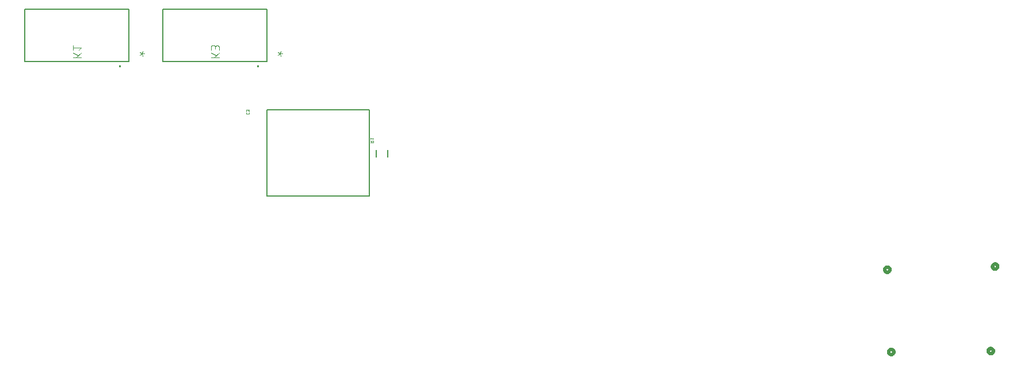
<source format=gbr>
G04 EAGLE Gerber RS-274X export*
G75*
%MOMM*%
%FSLAX34Y34*%
%LPD*%
%INSilkscreen Bottom*%
%IPPOS*%
%AMOC8*
5,1,8,0,0,1.08239X$1,22.5*%
G01*
%ADD10C,0.050800*%
%ADD11C,0.127000*%
%ADD12C,0.152400*%
%ADD13C,0.076200*%
%ADD14C,0.508000*%


D10*
X795654Y1079850D02*
X795654Y1078852D01*
X795656Y1078792D01*
X795661Y1078732D01*
X795670Y1078672D01*
X795683Y1078613D01*
X795699Y1078555D01*
X795719Y1078498D01*
X795742Y1078442D01*
X795768Y1078388D01*
X795798Y1078336D01*
X795831Y1078285D01*
X795866Y1078237D01*
X795905Y1078190D01*
X795946Y1078146D01*
X795990Y1078105D01*
X796037Y1078066D01*
X796085Y1078031D01*
X796136Y1077998D01*
X796188Y1077968D01*
X796242Y1077942D01*
X796298Y1077919D01*
X796355Y1077899D01*
X796413Y1077883D01*
X796472Y1077870D01*
X796532Y1077861D01*
X796592Y1077856D01*
X796652Y1077854D01*
X799148Y1077854D01*
X799211Y1077856D01*
X799273Y1077862D01*
X799335Y1077872D01*
X799396Y1077885D01*
X799456Y1077903D01*
X799515Y1077924D01*
X799573Y1077949D01*
X799629Y1077977D01*
X799683Y1078009D01*
X799735Y1078045D01*
X799784Y1078083D01*
X799831Y1078124D01*
X799875Y1078169D01*
X799917Y1078216D01*
X799955Y1078265D01*
X799991Y1078317D01*
X800023Y1078371D01*
X800051Y1078427D01*
X800076Y1078485D01*
X800097Y1078544D01*
X800115Y1078604D01*
X800128Y1078665D01*
X800138Y1078727D01*
X800144Y1078789D01*
X800146Y1078852D01*
X800146Y1079850D01*
X795654Y1081619D02*
X795654Y1082867D01*
X795656Y1082936D01*
X795662Y1083004D01*
X795671Y1083072D01*
X795684Y1083140D01*
X795701Y1083207D01*
X795722Y1083272D01*
X795746Y1083337D01*
X795773Y1083400D01*
X795804Y1083461D01*
X795839Y1083521D01*
X795876Y1083578D01*
X795917Y1083634D01*
X795961Y1083687D01*
X796007Y1083737D01*
X796057Y1083785D01*
X796109Y1083830D01*
X796163Y1083873D01*
X796219Y1083912D01*
X796278Y1083948D01*
X796338Y1083981D01*
X796401Y1084010D01*
X796464Y1084036D01*
X796529Y1084058D01*
X796596Y1084077D01*
X796663Y1084092D01*
X796731Y1084103D01*
X796799Y1084111D01*
X796868Y1084115D01*
X796936Y1084115D01*
X797005Y1084111D01*
X797073Y1084103D01*
X797141Y1084092D01*
X797208Y1084077D01*
X797275Y1084058D01*
X797340Y1084036D01*
X797403Y1084010D01*
X797466Y1083981D01*
X797526Y1083948D01*
X797585Y1083912D01*
X797641Y1083873D01*
X797695Y1083830D01*
X797747Y1083785D01*
X797797Y1083737D01*
X797843Y1083687D01*
X797887Y1083634D01*
X797928Y1083578D01*
X797965Y1083521D01*
X798000Y1083461D01*
X798031Y1083400D01*
X798058Y1083337D01*
X798082Y1083272D01*
X798103Y1083207D01*
X798120Y1083140D01*
X798133Y1083072D01*
X798142Y1083004D01*
X798148Y1082936D01*
X798150Y1082867D01*
X800146Y1083116D02*
X800146Y1081619D01*
X800146Y1083116D02*
X800144Y1083177D01*
X800138Y1083239D01*
X800129Y1083299D01*
X800116Y1083359D01*
X800099Y1083419D01*
X800079Y1083477D01*
X800055Y1083533D01*
X800027Y1083588D01*
X799997Y1083641D01*
X799963Y1083693D01*
X799926Y1083742D01*
X799886Y1083788D01*
X799843Y1083832D01*
X799797Y1083874D01*
X799749Y1083912D01*
X799699Y1083948D01*
X799647Y1083980D01*
X799593Y1084009D01*
X799537Y1084035D01*
X799480Y1084057D01*
X799421Y1084076D01*
X799362Y1084091D01*
X799301Y1084102D01*
X799240Y1084110D01*
X799179Y1084114D01*
X799117Y1084114D01*
X799056Y1084110D01*
X798995Y1084102D01*
X798934Y1084091D01*
X798875Y1084076D01*
X798816Y1084057D01*
X798759Y1084035D01*
X798703Y1084009D01*
X798649Y1083980D01*
X798597Y1083948D01*
X798547Y1083912D01*
X798499Y1083874D01*
X798453Y1083832D01*
X798410Y1083788D01*
X798370Y1083742D01*
X798333Y1083693D01*
X798299Y1083641D01*
X798269Y1083588D01*
X798241Y1083533D01*
X798217Y1083477D01*
X798197Y1083419D01*
X798180Y1083359D01*
X798167Y1083299D01*
X798158Y1083239D01*
X798152Y1083177D01*
X798150Y1083116D01*
X798150Y1082118D01*
D11*
X825929Y1065225D02*
X825929Y956925D01*
X977129Y956925D02*
X977129Y1083925D01*
X825929Y1083925D01*
X825929Y956925D02*
X977129Y956925D01*
X825929Y1065425D02*
X825929Y1083925D01*
X977129Y1083925D02*
X977129Y1084025D01*
X986677Y1025161D02*
X986677Y1014561D01*
X1004277Y1014561D02*
X1004277Y1025161D01*
D10*
X982923Y1035944D02*
X978431Y1035944D01*
X982923Y1035944D02*
X982923Y1037192D01*
X982921Y1037261D01*
X982915Y1037329D01*
X982906Y1037397D01*
X982893Y1037465D01*
X982876Y1037532D01*
X982855Y1037597D01*
X982831Y1037662D01*
X982804Y1037725D01*
X982773Y1037786D01*
X982738Y1037846D01*
X982701Y1037903D01*
X982660Y1037959D01*
X982616Y1038012D01*
X982570Y1038062D01*
X982520Y1038110D01*
X982468Y1038155D01*
X982414Y1038198D01*
X982358Y1038237D01*
X982299Y1038273D01*
X982239Y1038306D01*
X982176Y1038335D01*
X982113Y1038361D01*
X982048Y1038383D01*
X981981Y1038402D01*
X981914Y1038417D01*
X981846Y1038428D01*
X981778Y1038436D01*
X981709Y1038440D01*
X981641Y1038440D01*
X981572Y1038436D01*
X981504Y1038428D01*
X981436Y1038417D01*
X981369Y1038402D01*
X981302Y1038383D01*
X981237Y1038361D01*
X981174Y1038335D01*
X981111Y1038306D01*
X981051Y1038273D01*
X980992Y1038237D01*
X980936Y1038198D01*
X980882Y1038155D01*
X980830Y1038110D01*
X980780Y1038062D01*
X980734Y1038012D01*
X980690Y1037959D01*
X980649Y1037903D01*
X980612Y1037846D01*
X980577Y1037786D01*
X980546Y1037725D01*
X980519Y1037662D01*
X980495Y1037597D01*
X980474Y1037532D01*
X980457Y1037465D01*
X980444Y1037397D01*
X980435Y1037329D01*
X980429Y1037261D01*
X980427Y1037192D01*
X980427Y1035944D01*
X980427Y1037442D02*
X978431Y1038440D01*
X981925Y1040411D02*
X982923Y1041659D01*
X978431Y1041659D01*
X978431Y1040411D02*
X978431Y1042907D01*
D12*
X673100Y1155192D02*
X673100Y1232408D01*
X825754Y1232408D01*
X825754Y1155192D01*
X673100Y1155192D01*
X813054Y1149096D02*
X813000Y1149094D01*
X812946Y1149088D01*
X812892Y1149079D01*
X812839Y1149065D01*
X812788Y1149048D01*
X812737Y1149027D01*
X812689Y1149003D01*
X812642Y1148975D01*
X812597Y1148944D01*
X812555Y1148910D01*
X812515Y1148873D01*
X812478Y1148833D01*
X812444Y1148791D01*
X812413Y1148746D01*
X812385Y1148699D01*
X812361Y1148651D01*
X812340Y1148600D01*
X812323Y1148549D01*
X812309Y1148496D01*
X812300Y1148442D01*
X812294Y1148388D01*
X812292Y1148334D01*
X812294Y1148280D01*
X812300Y1148226D01*
X812309Y1148172D01*
X812323Y1148119D01*
X812340Y1148068D01*
X812361Y1148017D01*
X812385Y1147969D01*
X812413Y1147922D01*
X812444Y1147877D01*
X812478Y1147835D01*
X812515Y1147795D01*
X812555Y1147758D01*
X812597Y1147724D01*
X812642Y1147693D01*
X812689Y1147665D01*
X812737Y1147641D01*
X812788Y1147620D01*
X812839Y1147603D01*
X812892Y1147589D01*
X812946Y1147580D01*
X813000Y1147574D01*
X813054Y1147572D01*
X813108Y1147574D01*
X813162Y1147580D01*
X813216Y1147589D01*
X813269Y1147603D01*
X813320Y1147620D01*
X813371Y1147641D01*
X813419Y1147665D01*
X813466Y1147693D01*
X813511Y1147724D01*
X813553Y1147758D01*
X813593Y1147795D01*
X813630Y1147835D01*
X813664Y1147877D01*
X813695Y1147922D01*
X813723Y1147969D01*
X813747Y1148017D01*
X813768Y1148068D01*
X813785Y1148119D01*
X813799Y1148172D01*
X813808Y1148226D01*
X813814Y1148280D01*
X813816Y1148334D01*
X813814Y1148388D01*
X813808Y1148442D01*
X813799Y1148496D01*
X813785Y1148549D01*
X813768Y1148600D01*
X813747Y1148651D01*
X813723Y1148699D01*
X813695Y1148746D01*
X813664Y1148791D01*
X813630Y1148833D01*
X813593Y1148873D01*
X813553Y1148910D01*
X813511Y1148944D01*
X813466Y1148975D01*
X813419Y1149003D01*
X813371Y1149027D01*
X813320Y1149048D01*
X813269Y1149065D01*
X813216Y1149079D01*
X813162Y1149088D01*
X813108Y1149094D01*
X813054Y1149096D01*
D13*
X845256Y1166587D02*
X849235Y1166587D01*
X845256Y1166587D02*
X842271Y1168908D01*
X845256Y1166587D02*
X842271Y1164265D01*
X845256Y1166587D02*
X846582Y1170234D01*
X845256Y1166587D02*
X846582Y1162939D01*
X755523Y1161415D02*
X743585Y1161415D01*
X748228Y1161415D02*
X755523Y1168047D01*
X750880Y1164068D02*
X743585Y1168047D01*
X743585Y1172316D02*
X743585Y1175632D01*
X743587Y1175746D01*
X743593Y1175861D01*
X743603Y1175975D01*
X743617Y1176088D01*
X743634Y1176202D01*
X743656Y1176314D01*
X743681Y1176426D01*
X743711Y1176536D01*
X743744Y1176646D01*
X743781Y1176754D01*
X743821Y1176861D01*
X743866Y1176967D01*
X743913Y1177071D01*
X743965Y1177173D01*
X744020Y1177273D01*
X744078Y1177372D01*
X744140Y1177468D01*
X744205Y1177563D01*
X744273Y1177654D01*
X744345Y1177744D01*
X744419Y1177831D01*
X744496Y1177915D01*
X744577Y1177997D01*
X744660Y1178076D01*
X744745Y1178152D01*
X744834Y1178225D01*
X744924Y1178294D01*
X745017Y1178361D01*
X745113Y1178424D01*
X745210Y1178484D01*
X745310Y1178541D01*
X745411Y1178594D01*
X745514Y1178644D01*
X745619Y1178690D01*
X745725Y1178733D01*
X745833Y1178771D01*
X745942Y1178806D01*
X746052Y1178837D01*
X746163Y1178865D01*
X746275Y1178888D01*
X746388Y1178908D01*
X746501Y1178924D01*
X746615Y1178936D01*
X746729Y1178944D01*
X746844Y1178948D01*
X746958Y1178948D01*
X747073Y1178944D01*
X747187Y1178936D01*
X747301Y1178924D01*
X747414Y1178908D01*
X747527Y1178888D01*
X747639Y1178865D01*
X747750Y1178837D01*
X747860Y1178806D01*
X747969Y1178771D01*
X748077Y1178733D01*
X748183Y1178690D01*
X748288Y1178644D01*
X748391Y1178594D01*
X748492Y1178541D01*
X748592Y1178484D01*
X748689Y1178424D01*
X748785Y1178361D01*
X748878Y1178294D01*
X748968Y1178225D01*
X749057Y1178152D01*
X749142Y1178076D01*
X749225Y1177997D01*
X749306Y1177915D01*
X749383Y1177831D01*
X749457Y1177744D01*
X749529Y1177654D01*
X749597Y1177563D01*
X749662Y1177468D01*
X749724Y1177372D01*
X749782Y1177273D01*
X749837Y1177173D01*
X749889Y1177071D01*
X749936Y1176967D01*
X749981Y1176861D01*
X750021Y1176754D01*
X750058Y1176646D01*
X750091Y1176536D01*
X750121Y1176426D01*
X750146Y1176314D01*
X750168Y1176202D01*
X750185Y1176088D01*
X750199Y1175975D01*
X750209Y1175861D01*
X750215Y1175746D01*
X750217Y1175632D01*
X755523Y1176295D02*
X755523Y1172316D01*
X755523Y1176295D02*
X755521Y1176397D01*
X755515Y1176498D01*
X755505Y1176599D01*
X755492Y1176700D01*
X755474Y1176800D01*
X755453Y1176899D01*
X755428Y1176998D01*
X755399Y1177095D01*
X755367Y1177192D01*
X755331Y1177287D01*
X755291Y1177380D01*
X755248Y1177472D01*
X755201Y1177562D01*
X755150Y1177651D01*
X755097Y1177737D01*
X755040Y1177821D01*
X754980Y1177903D01*
X754917Y1177983D01*
X754851Y1178060D01*
X754782Y1178135D01*
X754710Y1178207D01*
X754635Y1178276D01*
X754558Y1178342D01*
X754478Y1178405D01*
X754396Y1178465D01*
X754312Y1178522D01*
X754226Y1178575D01*
X754137Y1178626D01*
X754047Y1178673D01*
X753955Y1178716D01*
X753862Y1178756D01*
X753767Y1178792D01*
X753670Y1178824D01*
X753573Y1178853D01*
X753474Y1178878D01*
X753375Y1178899D01*
X753275Y1178917D01*
X753174Y1178930D01*
X753073Y1178940D01*
X752972Y1178946D01*
X752870Y1178948D01*
X752768Y1178946D01*
X752667Y1178940D01*
X752566Y1178930D01*
X752465Y1178917D01*
X752365Y1178899D01*
X752266Y1178878D01*
X752167Y1178853D01*
X752070Y1178824D01*
X751973Y1178792D01*
X751878Y1178756D01*
X751785Y1178716D01*
X751693Y1178673D01*
X751603Y1178626D01*
X751514Y1178575D01*
X751428Y1178522D01*
X751344Y1178465D01*
X751262Y1178405D01*
X751182Y1178342D01*
X751105Y1178276D01*
X751030Y1178207D01*
X750958Y1178135D01*
X750889Y1178060D01*
X750823Y1177983D01*
X750760Y1177903D01*
X750700Y1177821D01*
X750643Y1177737D01*
X750590Y1177651D01*
X750539Y1177562D01*
X750492Y1177472D01*
X750449Y1177380D01*
X750409Y1177287D01*
X750373Y1177192D01*
X750341Y1177095D01*
X750312Y1176998D01*
X750287Y1176899D01*
X750266Y1176800D01*
X750248Y1176700D01*
X750235Y1176599D01*
X750225Y1176498D01*
X750219Y1176397D01*
X750217Y1176295D01*
X750217Y1173642D01*
D12*
X469900Y1155192D02*
X469900Y1232408D01*
X622554Y1232408D01*
X622554Y1155192D01*
X469900Y1155192D01*
X609854Y1149096D02*
X609800Y1149094D01*
X609746Y1149088D01*
X609692Y1149079D01*
X609639Y1149065D01*
X609588Y1149048D01*
X609537Y1149027D01*
X609489Y1149003D01*
X609442Y1148975D01*
X609397Y1148944D01*
X609355Y1148910D01*
X609315Y1148873D01*
X609278Y1148833D01*
X609244Y1148791D01*
X609213Y1148746D01*
X609185Y1148699D01*
X609161Y1148651D01*
X609140Y1148600D01*
X609123Y1148549D01*
X609109Y1148496D01*
X609100Y1148442D01*
X609094Y1148388D01*
X609092Y1148334D01*
X609094Y1148280D01*
X609100Y1148226D01*
X609109Y1148172D01*
X609123Y1148119D01*
X609140Y1148068D01*
X609161Y1148017D01*
X609185Y1147969D01*
X609213Y1147922D01*
X609244Y1147877D01*
X609278Y1147835D01*
X609315Y1147795D01*
X609355Y1147758D01*
X609397Y1147724D01*
X609442Y1147693D01*
X609489Y1147665D01*
X609537Y1147641D01*
X609588Y1147620D01*
X609639Y1147603D01*
X609692Y1147589D01*
X609746Y1147580D01*
X609800Y1147574D01*
X609854Y1147572D01*
X609908Y1147574D01*
X609962Y1147580D01*
X610016Y1147589D01*
X610069Y1147603D01*
X610120Y1147620D01*
X610171Y1147641D01*
X610219Y1147665D01*
X610266Y1147693D01*
X610311Y1147724D01*
X610353Y1147758D01*
X610393Y1147795D01*
X610430Y1147835D01*
X610464Y1147877D01*
X610495Y1147922D01*
X610523Y1147969D01*
X610547Y1148017D01*
X610568Y1148068D01*
X610585Y1148119D01*
X610599Y1148172D01*
X610608Y1148226D01*
X610614Y1148280D01*
X610616Y1148334D01*
X610614Y1148388D01*
X610608Y1148442D01*
X610599Y1148496D01*
X610585Y1148549D01*
X610568Y1148600D01*
X610547Y1148651D01*
X610523Y1148699D01*
X610495Y1148746D01*
X610464Y1148791D01*
X610430Y1148833D01*
X610393Y1148873D01*
X610353Y1148910D01*
X610311Y1148944D01*
X610266Y1148975D01*
X610219Y1149003D01*
X610171Y1149027D01*
X610120Y1149048D01*
X610069Y1149065D01*
X610016Y1149079D01*
X609962Y1149088D01*
X609908Y1149094D01*
X609854Y1149096D01*
D13*
X642056Y1166587D02*
X646035Y1166587D01*
X642056Y1166587D02*
X639071Y1168908D01*
X642056Y1166587D02*
X639071Y1164265D01*
X642056Y1166587D02*
X643382Y1170234D01*
X642056Y1166587D02*
X643382Y1162939D01*
X552323Y1161415D02*
X540385Y1161415D01*
X545028Y1161415D02*
X552323Y1168047D01*
X547680Y1164068D02*
X540385Y1168047D01*
X549670Y1172316D02*
X552323Y1175632D01*
X540385Y1175632D01*
X540385Y1172316D02*
X540385Y1178948D01*
D14*
X1735379Y848411D02*
X1735381Y848289D01*
X1735387Y848167D01*
X1735397Y848045D01*
X1735410Y847924D01*
X1735428Y847803D01*
X1735449Y847683D01*
X1735475Y847563D01*
X1735504Y847445D01*
X1735536Y847327D01*
X1735573Y847210D01*
X1735613Y847095D01*
X1735657Y846981D01*
X1735705Y846869D01*
X1735756Y846758D01*
X1735811Y846649D01*
X1735869Y846541D01*
X1735931Y846436D01*
X1735996Y846333D01*
X1736064Y846231D01*
X1736136Y846132D01*
X1736210Y846036D01*
X1736288Y845941D01*
X1736369Y845850D01*
X1736452Y845760D01*
X1736538Y845674D01*
X1736628Y845591D01*
X1736719Y845510D01*
X1736814Y845432D01*
X1736910Y845358D01*
X1737009Y845286D01*
X1737111Y845218D01*
X1737214Y845153D01*
X1737319Y845091D01*
X1737427Y845033D01*
X1737536Y844978D01*
X1737647Y844927D01*
X1737759Y844879D01*
X1737873Y844835D01*
X1737988Y844795D01*
X1738105Y844758D01*
X1738223Y844726D01*
X1738341Y844697D01*
X1738461Y844671D01*
X1738581Y844650D01*
X1738702Y844632D01*
X1738823Y844619D01*
X1738945Y844609D01*
X1739067Y844603D01*
X1739189Y844601D01*
X1739311Y844603D01*
X1739433Y844609D01*
X1739555Y844619D01*
X1739676Y844632D01*
X1739797Y844650D01*
X1739917Y844671D01*
X1740037Y844697D01*
X1740155Y844726D01*
X1740273Y844758D01*
X1740390Y844795D01*
X1740505Y844835D01*
X1740619Y844879D01*
X1740731Y844927D01*
X1740842Y844978D01*
X1740951Y845033D01*
X1741059Y845091D01*
X1741164Y845153D01*
X1741267Y845218D01*
X1741369Y845286D01*
X1741468Y845358D01*
X1741564Y845432D01*
X1741659Y845510D01*
X1741750Y845591D01*
X1741840Y845674D01*
X1741926Y845760D01*
X1742009Y845850D01*
X1742090Y845941D01*
X1742168Y846036D01*
X1742242Y846132D01*
X1742314Y846231D01*
X1742382Y846333D01*
X1742447Y846436D01*
X1742509Y846541D01*
X1742567Y846649D01*
X1742622Y846758D01*
X1742673Y846869D01*
X1742721Y846981D01*
X1742765Y847095D01*
X1742805Y847210D01*
X1742842Y847327D01*
X1742874Y847445D01*
X1742903Y847563D01*
X1742929Y847683D01*
X1742950Y847803D01*
X1742968Y847924D01*
X1742981Y848045D01*
X1742991Y848167D01*
X1742997Y848289D01*
X1742999Y848411D01*
X1742997Y848533D01*
X1742991Y848655D01*
X1742981Y848777D01*
X1742968Y848898D01*
X1742950Y849019D01*
X1742929Y849139D01*
X1742903Y849259D01*
X1742874Y849377D01*
X1742842Y849495D01*
X1742805Y849612D01*
X1742765Y849727D01*
X1742721Y849841D01*
X1742673Y849953D01*
X1742622Y850064D01*
X1742567Y850173D01*
X1742509Y850281D01*
X1742447Y850386D01*
X1742382Y850489D01*
X1742314Y850591D01*
X1742242Y850690D01*
X1742168Y850786D01*
X1742090Y850881D01*
X1742009Y850972D01*
X1741926Y851062D01*
X1741840Y851148D01*
X1741750Y851231D01*
X1741659Y851312D01*
X1741564Y851390D01*
X1741468Y851464D01*
X1741369Y851536D01*
X1741267Y851604D01*
X1741164Y851669D01*
X1741059Y851731D01*
X1740951Y851789D01*
X1740842Y851844D01*
X1740731Y851895D01*
X1740619Y851943D01*
X1740505Y851987D01*
X1740390Y852027D01*
X1740273Y852064D01*
X1740155Y852096D01*
X1740037Y852125D01*
X1739917Y852151D01*
X1739797Y852172D01*
X1739676Y852190D01*
X1739555Y852203D01*
X1739433Y852213D01*
X1739311Y852219D01*
X1739189Y852221D01*
X1739067Y852219D01*
X1738945Y852213D01*
X1738823Y852203D01*
X1738702Y852190D01*
X1738581Y852172D01*
X1738461Y852151D01*
X1738341Y852125D01*
X1738223Y852096D01*
X1738105Y852064D01*
X1737988Y852027D01*
X1737873Y851987D01*
X1737759Y851943D01*
X1737647Y851895D01*
X1737536Y851844D01*
X1737427Y851789D01*
X1737319Y851731D01*
X1737214Y851669D01*
X1737111Y851604D01*
X1737009Y851536D01*
X1736910Y851464D01*
X1736814Y851390D01*
X1736719Y851312D01*
X1736628Y851231D01*
X1736538Y851148D01*
X1736452Y851062D01*
X1736369Y850972D01*
X1736288Y850881D01*
X1736210Y850786D01*
X1736136Y850690D01*
X1736064Y850591D01*
X1735996Y850489D01*
X1735931Y850386D01*
X1735869Y850281D01*
X1735811Y850173D01*
X1735756Y850064D01*
X1735705Y849953D01*
X1735657Y849841D01*
X1735613Y849727D01*
X1735573Y849612D01*
X1735536Y849495D01*
X1735504Y849377D01*
X1735475Y849259D01*
X1735449Y849139D01*
X1735428Y849019D01*
X1735410Y848898D01*
X1735397Y848777D01*
X1735387Y848655D01*
X1735381Y848533D01*
X1735379Y848411D01*
X1741170Y727253D02*
X1741172Y727131D01*
X1741178Y727009D01*
X1741188Y726887D01*
X1741201Y726766D01*
X1741219Y726645D01*
X1741240Y726525D01*
X1741266Y726405D01*
X1741295Y726287D01*
X1741327Y726169D01*
X1741364Y726052D01*
X1741404Y725937D01*
X1741448Y725823D01*
X1741496Y725711D01*
X1741547Y725600D01*
X1741602Y725491D01*
X1741660Y725383D01*
X1741722Y725278D01*
X1741787Y725175D01*
X1741855Y725073D01*
X1741927Y724974D01*
X1742001Y724878D01*
X1742079Y724783D01*
X1742160Y724692D01*
X1742243Y724602D01*
X1742329Y724516D01*
X1742419Y724433D01*
X1742510Y724352D01*
X1742605Y724274D01*
X1742701Y724200D01*
X1742800Y724128D01*
X1742902Y724060D01*
X1743005Y723995D01*
X1743110Y723933D01*
X1743218Y723875D01*
X1743327Y723820D01*
X1743438Y723769D01*
X1743550Y723721D01*
X1743664Y723677D01*
X1743779Y723637D01*
X1743896Y723600D01*
X1744014Y723568D01*
X1744132Y723539D01*
X1744252Y723513D01*
X1744372Y723492D01*
X1744493Y723474D01*
X1744614Y723461D01*
X1744736Y723451D01*
X1744858Y723445D01*
X1744980Y723443D01*
X1745102Y723445D01*
X1745224Y723451D01*
X1745346Y723461D01*
X1745467Y723474D01*
X1745588Y723492D01*
X1745708Y723513D01*
X1745828Y723539D01*
X1745946Y723568D01*
X1746064Y723600D01*
X1746181Y723637D01*
X1746296Y723677D01*
X1746410Y723721D01*
X1746522Y723769D01*
X1746633Y723820D01*
X1746742Y723875D01*
X1746850Y723933D01*
X1746955Y723995D01*
X1747058Y724060D01*
X1747160Y724128D01*
X1747259Y724200D01*
X1747355Y724274D01*
X1747450Y724352D01*
X1747541Y724433D01*
X1747631Y724516D01*
X1747717Y724602D01*
X1747800Y724692D01*
X1747881Y724783D01*
X1747959Y724878D01*
X1748033Y724974D01*
X1748105Y725073D01*
X1748173Y725175D01*
X1748238Y725278D01*
X1748300Y725383D01*
X1748358Y725491D01*
X1748413Y725600D01*
X1748464Y725711D01*
X1748512Y725823D01*
X1748556Y725937D01*
X1748596Y726052D01*
X1748633Y726169D01*
X1748665Y726287D01*
X1748694Y726405D01*
X1748720Y726525D01*
X1748741Y726645D01*
X1748759Y726766D01*
X1748772Y726887D01*
X1748782Y727009D01*
X1748788Y727131D01*
X1748790Y727253D01*
X1748788Y727375D01*
X1748782Y727497D01*
X1748772Y727619D01*
X1748759Y727740D01*
X1748741Y727861D01*
X1748720Y727981D01*
X1748694Y728101D01*
X1748665Y728219D01*
X1748633Y728337D01*
X1748596Y728454D01*
X1748556Y728569D01*
X1748512Y728683D01*
X1748464Y728795D01*
X1748413Y728906D01*
X1748358Y729015D01*
X1748300Y729123D01*
X1748238Y729228D01*
X1748173Y729331D01*
X1748105Y729433D01*
X1748033Y729532D01*
X1747959Y729628D01*
X1747881Y729723D01*
X1747800Y729814D01*
X1747717Y729904D01*
X1747631Y729990D01*
X1747541Y730073D01*
X1747450Y730154D01*
X1747355Y730232D01*
X1747259Y730306D01*
X1747160Y730378D01*
X1747058Y730446D01*
X1746955Y730511D01*
X1746850Y730573D01*
X1746742Y730631D01*
X1746633Y730686D01*
X1746522Y730737D01*
X1746410Y730785D01*
X1746296Y730829D01*
X1746181Y730869D01*
X1746064Y730906D01*
X1745946Y730938D01*
X1745828Y730967D01*
X1745708Y730993D01*
X1745588Y731014D01*
X1745467Y731032D01*
X1745346Y731045D01*
X1745224Y731055D01*
X1745102Y731061D01*
X1744980Y731063D01*
X1744858Y731061D01*
X1744736Y731055D01*
X1744614Y731045D01*
X1744493Y731032D01*
X1744372Y731014D01*
X1744252Y730993D01*
X1744132Y730967D01*
X1744014Y730938D01*
X1743896Y730906D01*
X1743779Y730869D01*
X1743664Y730829D01*
X1743550Y730785D01*
X1743438Y730737D01*
X1743327Y730686D01*
X1743218Y730631D01*
X1743110Y730573D01*
X1743005Y730511D01*
X1742902Y730446D01*
X1742800Y730378D01*
X1742701Y730306D01*
X1742605Y730232D01*
X1742510Y730154D01*
X1742419Y730073D01*
X1742329Y729990D01*
X1742243Y729904D01*
X1742160Y729814D01*
X1742079Y729723D01*
X1742001Y729628D01*
X1741927Y729532D01*
X1741855Y729433D01*
X1741787Y729331D01*
X1741722Y729228D01*
X1741660Y729123D01*
X1741602Y729015D01*
X1741547Y728906D01*
X1741496Y728795D01*
X1741448Y728683D01*
X1741404Y728569D01*
X1741364Y728454D01*
X1741327Y728337D01*
X1741295Y728219D01*
X1741266Y728101D01*
X1741240Y727981D01*
X1741219Y727861D01*
X1741201Y727740D01*
X1741188Y727619D01*
X1741178Y727497D01*
X1741172Y727375D01*
X1741170Y727253D01*
X1894027Y853034D02*
X1894029Y852912D01*
X1894035Y852790D01*
X1894045Y852668D01*
X1894058Y852547D01*
X1894076Y852426D01*
X1894097Y852306D01*
X1894123Y852186D01*
X1894152Y852068D01*
X1894184Y851950D01*
X1894221Y851833D01*
X1894261Y851718D01*
X1894305Y851604D01*
X1894353Y851492D01*
X1894404Y851381D01*
X1894459Y851272D01*
X1894517Y851164D01*
X1894579Y851059D01*
X1894644Y850956D01*
X1894712Y850854D01*
X1894784Y850755D01*
X1894858Y850659D01*
X1894936Y850564D01*
X1895017Y850473D01*
X1895100Y850383D01*
X1895186Y850297D01*
X1895276Y850214D01*
X1895367Y850133D01*
X1895462Y850055D01*
X1895558Y849981D01*
X1895657Y849909D01*
X1895759Y849841D01*
X1895862Y849776D01*
X1895967Y849714D01*
X1896075Y849656D01*
X1896184Y849601D01*
X1896295Y849550D01*
X1896407Y849502D01*
X1896521Y849458D01*
X1896636Y849418D01*
X1896753Y849381D01*
X1896871Y849349D01*
X1896989Y849320D01*
X1897109Y849294D01*
X1897229Y849273D01*
X1897350Y849255D01*
X1897471Y849242D01*
X1897593Y849232D01*
X1897715Y849226D01*
X1897837Y849224D01*
X1897959Y849226D01*
X1898081Y849232D01*
X1898203Y849242D01*
X1898324Y849255D01*
X1898445Y849273D01*
X1898565Y849294D01*
X1898685Y849320D01*
X1898803Y849349D01*
X1898921Y849381D01*
X1899038Y849418D01*
X1899153Y849458D01*
X1899267Y849502D01*
X1899379Y849550D01*
X1899490Y849601D01*
X1899599Y849656D01*
X1899707Y849714D01*
X1899812Y849776D01*
X1899915Y849841D01*
X1900017Y849909D01*
X1900116Y849981D01*
X1900212Y850055D01*
X1900307Y850133D01*
X1900398Y850214D01*
X1900488Y850297D01*
X1900574Y850383D01*
X1900657Y850473D01*
X1900738Y850564D01*
X1900816Y850659D01*
X1900890Y850755D01*
X1900962Y850854D01*
X1901030Y850956D01*
X1901095Y851059D01*
X1901157Y851164D01*
X1901215Y851272D01*
X1901270Y851381D01*
X1901321Y851492D01*
X1901369Y851604D01*
X1901413Y851718D01*
X1901453Y851833D01*
X1901490Y851950D01*
X1901522Y852068D01*
X1901551Y852186D01*
X1901577Y852306D01*
X1901598Y852426D01*
X1901616Y852547D01*
X1901629Y852668D01*
X1901639Y852790D01*
X1901645Y852912D01*
X1901647Y853034D01*
X1901645Y853156D01*
X1901639Y853278D01*
X1901629Y853400D01*
X1901616Y853521D01*
X1901598Y853642D01*
X1901577Y853762D01*
X1901551Y853882D01*
X1901522Y854000D01*
X1901490Y854118D01*
X1901453Y854235D01*
X1901413Y854350D01*
X1901369Y854464D01*
X1901321Y854576D01*
X1901270Y854687D01*
X1901215Y854796D01*
X1901157Y854904D01*
X1901095Y855009D01*
X1901030Y855112D01*
X1900962Y855214D01*
X1900890Y855313D01*
X1900816Y855409D01*
X1900738Y855504D01*
X1900657Y855595D01*
X1900574Y855685D01*
X1900488Y855771D01*
X1900398Y855854D01*
X1900307Y855935D01*
X1900212Y856013D01*
X1900116Y856087D01*
X1900017Y856159D01*
X1899915Y856227D01*
X1899812Y856292D01*
X1899707Y856354D01*
X1899599Y856412D01*
X1899490Y856467D01*
X1899379Y856518D01*
X1899267Y856566D01*
X1899153Y856610D01*
X1899038Y856650D01*
X1898921Y856687D01*
X1898803Y856719D01*
X1898685Y856748D01*
X1898565Y856774D01*
X1898445Y856795D01*
X1898324Y856813D01*
X1898203Y856826D01*
X1898081Y856836D01*
X1897959Y856842D01*
X1897837Y856844D01*
X1897715Y856842D01*
X1897593Y856836D01*
X1897471Y856826D01*
X1897350Y856813D01*
X1897229Y856795D01*
X1897109Y856774D01*
X1896989Y856748D01*
X1896871Y856719D01*
X1896753Y856687D01*
X1896636Y856650D01*
X1896521Y856610D01*
X1896407Y856566D01*
X1896295Y856518D01*
X1896184Y856467D01*
X1896075Y856412D01*
X1895967Y856354D01*
X1895862Y856292D01*
X1895759Y856227D01*
X1895657Y856159D01*
X1895558Y856087D01*
X1895462Y856013D01*
X1895367Y855935D01*
X1895276Y855854D01*
X1895186Y855771D01*
X1895100Y855685D01*
X1895017Y855595D01*
X1894936Y855504D01*
X1894858Y855409D01*
X1894784Y855313D01*
X1894712Y855214D01*
X1894644Y855112D01*
X1894579Y855009D01*
X1894517Y854904D01*
X1894459Y854796D01*
X1894404Y854687D01*
X1894353Y854576D01*
X1894305Y854464D01*
X1894261Y854350D01*
X1894221Y854235D01*
X1894184Y854118D01*
X1894152Y854000D01*
X1894123Y853882D01*
X1894097Y853762D01*
X1894076Y853642D01*
X1894058Y853521D01*
X1894045Y853400D01*
X1894035Y853278D01*
X1894029Y853156D01*
X1894027Y853034D01*
X1895246Y728523D02*
X1895244Y728401D01*
X1895238Y728279D01*
X1895228Y728157D01*
X1895215Y728036D01*
X1895197Y727915D01*
X1895176Y727795D01*
X1895150Y727675D01*
X1895121Y727557D01*
X1895089Y727439D01*
X1895052Y727322D01*
X1895012Y727207D01*
X1894968Y727093D01*
X1894920Y726981D01*
X1894869Y726870D01*
X1894814Y726761D01*
X1894756Y726653D01*
X1894694Y726548D01*
X1894629Y726445D01*
X1894561Y726343D01*
X1894489Y726244D01*
X1894415Y726148D01*
X1894337Y726053D01*
X1894256Y725962D01*
X1894173Y725872D01*
X1894087Y725786D01*
X1893997Y725703D01*
X1893906Y725622D01*
X1893811Y725544D01*
X1893715Y725470D01*
X1893616Y725398D01*
X1893514Y725330D01*
X1893411Y725265D01*
X1893306Y725203D01*
X1893198Y725145D01*
X1893089Y725090D01*
X1892978Y725039D01*
X1892866Y724991D01*
X1892752Y724947D01*
X1892637Y724907D01*
X1892520Y724870D01*
X1892402Y724838D01*
X1892284Y724809D01*
X1892164Y724783D01*
X1892044Y724762D01*
X1891923Y724744D01*
X1891802Y724731D01*
X1891680Y724721D01*
X1891558Y724715D01*
X1891436Y724713D01*
X1891314Y724715D01*
X1891192Y724721D01*
X1891070Y724731D01*
X1890949Y724744D01*
X1890828Y724762D01*
X1890708Y724783D01*
X1890588Y724809D01*
X1890470Y724838D01*
X1890352Y724870D01*
X1890235Y724907D01*
X1890120Y724947D01*
X1890006Y724991D01*
X1889894Y725039D01*
X1889783Y725090D01*
X1889674Y725145D01*
X1889566Y725203D01*
X1889461Y725265D01*
X1889358Y725330D01*
X1889256Y725398D01*
X1889157Y725470D01*
X1889061Y725544D01*
X1888966Y725622D01*
X1888875Y725703D01*
X1888785Y725786D01*
X1888699Y725872D01*
X1888616Y725962D01*
X1888535Y726053D01*
X1888457Y726148D01*
X1888383Y726244D01*
X1888311Y726343D01*
X1888243Y726445D01*
X1888178Y726548D01*
X1888116Y726653D01*
X1888058Y726761D01*
X1888003Y726870D01*
X1887952Y726981D01*
X1887904Y727093D01*
X1887860Y727207D01*
X1887820Y727322D01*
X1887783Y727439D01*
X1887751Y727557D01*
X1887722Y727675D01*
X1887696Y727795D01*
X1887675Y727915D01*
X1887657Y728036D01*
X1887644Y728157D01*
X1887634Y728279D01*
X1887628Y728401D01*
X1887626Y728523D01*
X1887628Y728645D01*
X1887634Y728767D01*
X1887644Y728889D01*
X1887657Y729010D01*
X1887675Y729131D01*
X1887696Y729251D01*
X1887722Y729371D01*
X1887751Y729489D01*
X1887783Y729607D01*
X1887820Y729724D01*
X1887860Y729839D01*
X1887904Y729953D01*
X1887952Y730065D01*
X1888003Y730176D01*
X1888058Y730285D01*
X1888116Y730393D01*
X1888178Y730498D01*
X1888243Y730601D01*
X1888311Y730703D01*
X1888383Y730802D01*
X1888457Y730898D01*
X1888535Y730993D01*
X1888616Y731084D01*
X1888699Y731174D01*
X1888785Y731260D01*
X1888875Y731343D01*
X1888966Y731424D01*
X1889061Y731502D01*
X1889157Y731576D01*
X1889256Y731648D01*
X1889358Y731716D01*
X1889461Y731781D01*
X1889566Y731843D01*
X1889674Y731901D01*
X1889783Y731956D01*
X1889894Y732007D01*
X1890006Y732055D01*
X1890120Y732099D01*
X1890235Y732139D01*
X1890352Y732176D01*
X1890470Y732208D01*
X1890588Y732237D01*
X1890708Y732263D01*
X1890828Y732284D01*
X1890949Y732302D01*
X1891070Y732315D01*
X1891192Y732325D01*
X1891314Y732331D01*
X1891436Y732333D01*
X1891558Y732331D01*
X1891680Y732325D01*
X1891802Y732315D01*
X1891923Y732302D01*
X1892044Y732284D01*
X1892164Y732263D01*
X1892284Y732237D01*
X1892402Y732208D01*
X1892520Y732176D01*
X1892637Y732139D01*
X1892752Y732099D01*
X1892866Y732055D01*
X1892978Y732007D01*
X1893089Y731956D01*
X1893198Y731901D01*
X1893306Y731843D01*
X1893411Y731781D01*
X1893514Y731716D01*
X1893616Y731648D01*
X1893715Y731576D01*
X1893811Y731502D01*
X1893906Y731424D01*
X1893997Y731343D01*
X1894087Y731260D01*
X1894173Y731174D01*
X1894256Y731084D01*
X1894337Y730993D01*
X1894415Y730898D01*
X1894489Y730802D01*
X1894561Y730703D01*
X1894629Y730601D01*
X1894694Y730498D01*
X1894756Y730393D01*
X1894814Y730285D01*
X1894869Y730176D01*
X1894920Y730065D01*
X1894968Y729953D01*
X1895012Y729839D01*
X1895052Y729724D01*
X1895089Y729607D01*
X1895121Y729489D01*
X1895150Y729371D01*
X1895176Y729251D01*
X1895197Y729131D01*
X1895215Y729010D01*
X1895228Y728889D01*
X1895238Y728767D01*
X1895244Y728645D01*
X1895246Y728523D01*
M02*

</source>
